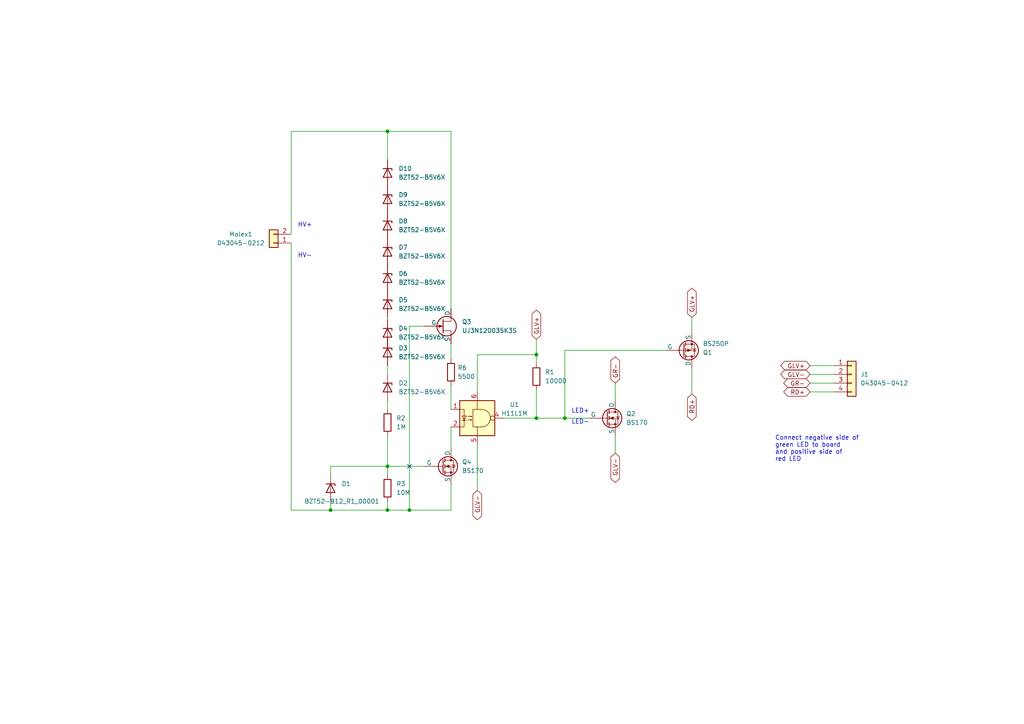
<source format=kicad_sch>
(kicad_sch (version 20230121) (generator eeschema)
  (paper "A4")
  (lib_symbols
    (symbol "Connector_Generic:Conn_01x02" (pin_names (offset 1.016) hide)
      (property "Reference" "J" (at 0 2.54 0))
      (property "Value" "Conn_01x02" (at 0 -5.08 0))
      (symbol "Conn_01x02_1_1"
        (rectangle (start -1.27 -2.413) (end 0 -2.667) (stroke (width 0.1524)))
        (rectangle (start -1.27 0.127) (end 0 -0.127) (stroke (width 0.1524)))
        (rectangle (start -1.27 1.27) (end 1.27 -3.81) (stroke (width 0.254)) (fill (type background)))
        (pin passive line (at -5.08 0 0) (length 3.81) (name "Pin_1") (number "1"))
        (pin passive line (at -5.08 -2.54 0) (length 3.81) (name "Pin_2") (number "2"))
      )
    )
    (symbol "Connector_Generic:Conn_01x04" (pin_names (offset 1.016) hide)
      (property "Reference" "J" (at 0 5.08 0))
      (property "Value" "Conn_01x04" (at 0 -7.62 0))
      (symbol "Conn_01x04_1_1"
        (rectangle (start -1.27 -4.953) (end 0 -5.207) (stroke (width 0.1524)))
        (rectangle (start -1.27 -2.413) (end 0 -2.667) (stroke (width 0.1524)))
        (rectangle (start -1.27 0.127) (end 0 -0.127) (stroke (width 0.1524)))
        (rectangle (start -1.27 2.667) (end 0 2.413) (stroke (width 0.1524)))
        (rectangle (start -1.27 3.81) (end 1.27 -6.35) (stroke (width 0.254)) (fill (type background)))
        (pin passive line (at -5.08 2.54 0) (length 3.81) (name "Pin_1") (number "1"))
        (pin passive line (at -5.08 0 0) (length 3.81) (name "Pin_2") (number "2"))
        (pin passive line (at -5.08 -2.54 0) (length 3.81) (name "Pin_3") (number "3"))
        (pin passive line (at -5.08 -5.08 0) (length 3.81) (name "Pin_4") (number "4"))
      )
    )
    (symbol "Device:D_Zener" (pin_numbers hide) (pin_names (offset 1.016) hide)
      (property "Reference" "D" (at 0 2.54 0))
      (property "Value" "D_Zener" (at 0 -2.54 0))
      (symbol "D_Zener_0_1"
        (polyline (pts (xy 1.27 0) (xy -1.27 0)))
        (polyline (pts (xy -1.27 -1.27) (xy -1.27 1.27) (xy -0.762 1.27)) (stroke (width 0.254)))
        (polyline (pts (xy 1.27 -1.27) (xy 1.27 1.27) (xy -1.27 0) (xy 1.27 -1.27)) (stroke (width 0.254)))
      )
      (symbol "D_Zener_1_1"
        (pin passive line (at -3.81 0 0) (length 2.54) (name "K") (number "1"))
        (pin passive line (at 3.81 0 180) (length 2.54) (name "A") (number "2"))
      )
    )
    (symbol "Device:R" (pin_numbers hide) (pin_names (offset 0))
      (property "Reference" "R" (at 2.032 0 90))
      (property "Value" "R" (at 0 0 90))
      (symbol "R_0_1"
        (rectangle (start -1.016 -2.54) (end 1.016 2.54) (stroke (width 0.254)))
      )
      (symbol "R_1_1"
        (pin passive line (at 0 3.81 270) (length 1.27) (name "~") (number "1"))
        (pin passive line (at 0 -3.81 90) (length 1.27) (name "~") (number "2"))
      )
    )
    (symbol "Isolator:H11L1" (pin_names (offset 1.016))
      (property "Reference" "U" (at 1.27 8.89 0))
      (property "Value" "H11L1" (at 1.27 6.35 0))
      (symbol "H11L1_0_1"
        (rectangle (start -5.08 5.08) (end 5.08 -5.08) (stroke (width 0.254)) (fill (type background)))
        (polyline (pts (xy -4.445 -0.635) (xy -3.175 -0.635)))
        (polyline (pts (xy 0 2.54) (xy 0 5.08)))
        (polyline (pts (xy 0 -2.54) (xy 0 -5.08) (xy 0 -3.81)))
        (polyline (pts (xy -5.08 -2.54) (xy -3.81 -2.54) (xy -3.81 2.54) (xy -5.08 2.54)))
        (polyline (pts (xy -3.81 -0.635) (xy -4.445 0.635) (xy -3.175 0.635) (xy -3.81 -0.635)))
        (polyline (pts (xy 1.27 -2.54) (xy -1.27 -2.54) (xy -1.27 2.54) (xy 1.27 2.54)))
        (polyline (pts (xy -2.794 -0.508) (xy -1.524 -0.508) (xy -1.905 -0.635) (xy -1.905 -0.381) (xy -1.524 -0.508)))
        (polyline (pts (xy -2.794 0.508) (xy -1.524 0.508) (xy -1.905 0.381) (xy -1.905 0.635) (xy -1.524 0.508)))
        (arc (start 1.27 -2.54) (mid 3.799 0) (end 1.27 2.54))
      )
      (symbol "H11L1_1_1"
        (pin passive line (at -7.62 2.54 0) (length 2.54) (name "~") (number "1"))
        (pin passive line (at -7.62 -2.54 0) (length 2.54) (name "~") (number "2"))
        (pin no_connect line (at -5.08 0 0) (length 2.54) hide (name "~") (number "3"))
        (pin output inverted (at 7.62 0 180) (length 3.81) (name "~") (number "4"))
        (pin power_in line (at 0 -7.62 90) (length 2.54) (name "~") (number "5"))
        (pin power_in line (at 0 7.62 270) (length 2.54) (name "~") (number "6"))
      )
    )
    (symbol "Simulation_SPICE:NJFET" (pin_numbers hide) (pin_names (offset 0))
      (property "Reference" "Q3" (at 5.715 1.27 0))
      (property "Value" "UJ3N120035K3S" (at 5.715 -1.27 0))
      (symbol "NJFET_0_1"
        (polyline (pts (xy 0.254 1.905) (xy 0.254 -1.905) (xy 0.254 -1.905)) (stroke (width 0.254)))
        (polyline (pts (xy 2.54 -2.54) (xy 2.54 -1.27) (xy 0.254 -1.27)))
        (polyline (pts (xy 2.54 2.54) (xy 2.54 1.397) (xy 0.254 1.397)))
        (polyline (pts (xy 0 0) (xy -1.016 0.381) (xy -1.016 -0.381) (xy 0 0)) (fill (type outline)))
        (circle (center 1.27 0) (radius 2.8194) (stroke (width 0.254)))
      )
      (symbol "NJFET_1_1"
        (pin input line (at -5.08 0 0) (length 5.334) (name "G") (number "1"))
        (pin passive line (at 2.54 5.08 270) (length 2.54) (name "D") (number "2"))
        (pin passive line (at 2.54 -5.08 90) (length 2.54) (name "S") (number "3"))
      )
    )
    (symbol "Simulation_SPICE:NMOS" (pin_numbers hide) (pin_names (offset 0))
      (property "Reference" "Q" (at 5.08 1.27 0))
      (property "Value" "NMOS" (at 5.08 -1.27 0))
      (symbol "NMOS_0_1"
        (polyline (pts (xy 0.254 0) (xy -2.54 0)))
        (polyline (pts (xy 0.254 1.905) (xy 0.254 -1.905)) (stroke (width 0.254)))
        (polyline (pts (xy 0.762 -1.27) (xy 0.762 -2.286)) (stroke (width 0.254)))
        (polyline (pts (xy 0.762 0.508) (xy 0.762 -0.508)) (stroke (width 0.254)))
        (polyline (pts (xy 0.762 2.286) (xy 0.762 1.27)) (stroke (width 0.254)))
        (polyline (pts (xy 2.54 2.54) (xy 2.54 1.778)))
        (polyline (pts (xy 2.54 -2.54) (xy 2.54 0) (xy 0.762 0)))
        (polyline (pts (xy 0.762 -1.778) (xy 3.302 -1.778) (xy 3.302 1.778) (xy 0.762 1.778)))
        (polyline (pts (xy 1.016 0) (xy 2.032 0.381) (xy 2.032 -0.381) (xy 1.016 0)) (fill (type outline)))
        (polyline (pts (xy 2.794 0.508) (xy 2.921 0.381) (xy 3.683 0.381) (xy 3.81 0.254)))
        (polyline (pts (xy 3.302 0.381) (xy 2.921 -0.254) (xy 3.683 -0.254) (xy 3.302 0.381)))
        (circle (center 1.651 0) (radius 2.794) (stroke (width 0.254)))
        (circle (center 2.54 -1.778) (radius 0.254) (fill (type outline)))
        (circle (center 2.54 1.778) (radius 0.254) (fill (type outline)))
      )
      (symbol "NMOS_1_1"
        (pin passive line (at 2.54 5.08 270) (length 2.54) (name "D") (number "1"))
        (pin input line (at -5.08 0 0) (length 2.54) (name "G") (number "2"))
        (pin passive line (at 2.54 -5.08 90) (length 2.54) (name "S") (number "3"))
      )
    )
    (symbol "Simulation_SPICE:PMOS" (pin_numbers hide) (pin_names (offset 0))
      (property "Reference" "Q" (at 5.08 1.27 0))
      (property "Value" "PMOS" (at 5.08 -1.27 0))
      (symbol "PMOS_0_1"
        (polyline (pts (xy 0.254 0) (xy -2.54 0)))
        (polyline (pts (xy 0.254 1.905) (xy 0.254 -1.905)) (stroke (width 0.254)))
        (polyline (pts (xy 0.762 -1.27) (xy 0.762 -2.286)) (stroke (width 0.254)))
        (polyline (pts (xy 0.762 0.508) (xy 0.762 -0.508)) (stroke (width 0.254)))
        (polyline (pts (xy 0.762 2.286) (xy 0.762 1.27)) (stroke (width 0.254)))
        (polyline (pts (xy 2.54 2.54) (xy 2.54 1.778)))
        (polyline (pts (xy 2.54 -2.54) (xy 2.54 0) (xy 0.762 0)))
        (polyline (pts (xy 0.762 1.778) (xy 3.302 1.778) (xy 3.302 -1.778) (xy 0.762 -1.778)))
        (polyline (pts (xy 2.286 0) (xy 1.27 0.381) (xy 1.27 -0.381) (xy 2.286 0)) (fill (type outline)))
        (polyline (pts (xy 2.794 -0.508) (xy 2.921 -0.381) (xy 3.683 -0.381) (xy 3.81 -0.254)))
        (polyline (pts (xy 3.302 -0.381) (xy 2.921 0.254) (xy 3.683 0.254) (xy 3.302 -0.381)))
        (circle (center 1.651 0) (radius 2.794) (stroke (width 0.254)))
        (circle (center 2.54 -1.778) (radius 0.254) (fill (type outline)))
        (circle (center 2.54 1.778) (radius 0.254) (fill (type outline)))
      )
      (symbol "PMOS_1_1"
        (pin passive line (at 2.54 5.08 270) (length 2.54) (name "D") (number "1"))
        (pin input line (at -5.08 0 0) (length 2.54) (name "G") (number "2"))
        (pin passive line (at 2.54 -5.08 90) (length 2.54) (name "S") (number "3"))
      )
    )
  )
  (junction (at 95.885 147.955))
  (junction (at 112.395 147.955))
  (junction (at 112.395 135.255))
  (junction (at 155.575 102.87))
  (junction (at 155.575 121.285))
  (junction (at 112.395 38.1))
  (junction (at 118.745 147.955))
  (junction (at 163.83 121.285))
  (no_connect (at 118.745 135.255))
  (wire (pts (xy 112.395 38.1) (xy 112.395 46.355)))
  (wire (pts (xy 118.745 94.615) (xy 118.745 147.955)))
  (wire (pts (xy 112.395 98.425) (xy 112.395 100.33)))
  (wire (pts (xy 234.95 106.045) (xy 241.935 106.045)))
  (wire (pts (xy 130.81 140.335) (xy 130.81 147.955)))
  (wire (pts (xy 193.04 101.6) (xy 163.83 101.6)))
  (wire (pts (xy 130.81 38.1) (xy 130.81 89.535)))
  (wire (pts (xy 234.95 111.125) (xy 241.935 111.125)))
  (wire (pts (xy 138.43 128.905) (xy 138.43 142.24)))
  (wire (pts (xy 200.66 92.075) (xy 200.66 96.52)))
  (wire (pts (xy 84.455 38.1) (xy 84.455 67.945)))
  (wire (pts (xy 163.83 121.285) (xy 170.815 121.285)))
  (wire (pts (xy 112.395 135.255) (xy 112.395 126.365)))
  (wire (pts (xy 234.95 113.665) (xy 241.935 113.665)))
  (wire (pts (xy 200.66 106.68) (xy 200.66 114.3)))
  (wire (pts (xy 95.885 147.955) (xy 112.395 147.955)))
  (wire (pts (xy 130.81 111.76) (xy 130.81 118.745)))
  (wire (pts (xy 112.395 106.045) (xy 112.395 108.585)))
  (wire (pts (xy 146.05 121.285) (xy 155.575 121.285)))
  (wire (pts (xy 155.575 121.285) (xy 163.83 121.285)))
  (wire (pts (xy 95.885 135.255) (xy 112.395 135.255)))
  (wire (pts (xy 95.885 147.955) (xy 95.885 145.415)))
  (wire (pts (xy 130.81 123.825) (xy 130.81 130.175)))
  (wire (pts (xy 234.95 108.585) (xy 241.935 108.585)))
  (wire (pts (xy 84.455 147.955) (xy 95.885 147.955)))
  (wire (pts (xy 84.455 38.1) (xy 112.395 38.1)))
  (wire (pts (xy 130.81 99.695) (xy 130.81 104.14)))
  (wire (pts (xy 138.43 102.87) (xy 155.575 102.87)))
  (wire (pts (xy 95.885 135.255) (xy 95.885 137.795)))
  (wire (pts (xy 155.575 98.425) (xy 155.575 102.87)))
  (wire (pts (xy 112.395 92.71) (xy 112.395 92.075)))
  (wire (pts (xy 112.395 147.955) (xy 112.395 145.415)))
  (wire (pts (xy 112.395 135.255) (xy 112.395 137.795)))
  (wire (pts (xy 84.455 70.485) (xy 84.455 147.955)))
  (wire (pts (xy 112.395 135.255) (xy 123.19 135.255)))
  (wire (pts (xy 118.745 147.955) (xy 130.81 147.955)))
  (wire (pts (xy 163.83 101.6) (xy 163.83 121.285)))
  (wire (pts (xy 178.435 126.365) (xy 178.435 131.445)))
  (wire (pts (xy 138.43 113.665) (xy 138.43 102.87)))
  (wire (pts (xy 112.395 116.205) (xy 112.395 118.745)))
  (wire (pts (xy 112.395 147.955) (xy 118.745 147.955)))
  (wire (pts (xy 112.395 38.1) (xy 130.81 38.1)))
  (wire (pts (xy 155.575 121.285) (xy 155.575 113.03)))
  (wire (pts (xy 155.575 102.87) (xy 155.575 105.41)))
  (wire (pts (xy 178.435 111.125) (xy 178.435 116.205)))
  (wire (pts (xy 118.745 94.615) (xy 123.19 94.615)))
  (text "Connect negative side of\ngreen LED to board\nand positive side of \nred LED" (at 224.79 133.985 0) (effects (font (size 1.27 1.27)) (justify left bottom)))
  (text "LED-" (at 165.735 123.19 0) (effects (font (size 1.27 1.27)) (justify left bottom)))
  (text "LED+" (at 165.735 120.015 0) (effects (font (size 1.27 1.27)) (justify left bottom)))
  (text "HV+" (at 86.36 66.04 0) (effects (font (size 1.27 1.27)) (justify left bottom)))
  (text "HV-" (at 86.36 74.93 0) (effects (font (size 1.27 1.27)) (justify left bottom)))
  (global_label "GLV+" (shape bidirectional) (at 200.66 92.075 90) (property "Intersheetrefs" "${INTERSHEET_REFS}" (effects hide)))
  (global_label "GLV-" (shape bidirectional) (at 178.435 131.445 270) (property "Intersheetrefs" "${INTERSHEET_REFS}" (effects hide)))
  (global_label "GR-" (shape bidirectional) (at 234.95 111.125 180) (property "Intersheetrefs" "${INTERSHEET_REFS}" (effects hide)))
  (global_label "GLV+" (shape bidirectional) (at 155.575 98.425 90) (property "Intersheetrefs" "${INTERSHEET_REFS}" (effects hide)))
  (global_label "GLV-" (shape bidirectional) (at 138.43 142.24 270) (property "Intersheetrefs" "${INTERSHEET_REFS}" (effects hide)))
  (global_label "GLV+" (shape bidirectional) (at 234.95 106.045 180) (property "Intersheetrefs" "${INTERSHEET_REFS}" (effects hide)))
  (global_label "RD+" (shape bidirectional) (at 200.66 114.3 270) (property "Intersheetrefs" "${INTERSHEET_REFS}" (effects hide)))
  (global_label "RD+" (shape bidirectional) (at 234.95 113.665 180) (property "Intersheetrefs" "${INTERSHEET_REFS}" (effects hide)))
  (global_label "GLV-" (shape bidirectional) (at 234.95 108.585 180) (property "Intersheetrefs" "${INTERSHEET_REFS}" (effects hide)))
  (global_label "GR-" (shape bidirectional) (at 178.435 111.125 90) (property "Intersheetrefs" "${INTERSHEET_REFS}" (effects hide)))
  (symbol (lib_id "Device:R") (at 130.81 107.95 0) (unit 1)
    (property "Reference" "R6" (at 132.715 106.68 0) (effects (justify left)))
    (property "Value" "5500" (at 132.715 109.22 0) (effects (justify left)))
    (property "Footprint" "Resistor_THT:R_Axial_DIN0207_L6.3mm_D2.5mm_P7.62mm_Horizontal" (effects hide))
  )
  (symbol (lib_id "Device:R") (at 112.395 122.555 0) (unit 1)
    (property "Reference" "R2" (at 114.935 121.285 0) (effects (justify left)))
    (property "Value" "1M" (at 114.935 123.825 0) (effects (justify left)))
    (property "Footprint" "Resistor_THT:R_Axial_DIN0207_L6.3mm_D2.5mm_P7.62mm_Horizontal" (effects hide))
  )
  (symbol (lib_id "Simulation_SPICE:NMOS") (at 175.895 121.285 0) (unit 1)
    (property "Reference" "Q2" (at 181.61 120.015 0) (effects (justify left)))
    (property "Value" "BS170" (at 181.61 122.555 0) (effects (justify left)))
    (property "Footprint" "Package_TO_SOT_THT:TO-92" (effects hide))
    (property "Datasheet" "https://ngspice.sourceforge.io/docs/ngspice-manual.pdf" (effects hide))
    (property "Sim.Device" "NMOS" (effects hide))
    (property "Sim.Type" "VDMOS" (effects hide))
    (property "Sim.Pins" "1=D 2=G 3=S" (effects hide))
  )
  (symbol (lib_id "Device:D_Zener") (at 112.395 80.645 270) (unit 1)
    (property "Reference" "D6" (at 115.57 79.375 90) (effects (justify left)))
    (property "Value" "BZT52-B5V6X" (at 115.57 81.915 90) (effects (justify left)))
    (property "Footprint" "Diode_SMD:D_SOD-123" (effects hide))
  )
  (symbol (lib_id "Simulation_SPICE:NJFET") (at 128.27 94.615 0) (unit 1)
    (property "Reference" "Q3" (at 133.985 93.345 0) (effects (justify left)))
    (property "Value" "UJ3N120035K3S" (at 133.985 95.885 0) (effects (justify left)))
    (property "Footprint" "Package_TO_SOT_THT:TO-247-3_Horizontal_TabDown" (effects hide))
    (property "Sim.Device" "NJFET" (effects hide))
    (property "Sim.Type" "SHICHMANHODGES" (effects hide))
    (property "Sim.Pins" "1=D 2=G 3=S" (effects hide))
  )
  (symbol (lib_id "Device:D_Zener") (at 112.395 112.395 270) (unit 1)
    (property "Reference" "D2" (at 115.57 111.125 90) (effects (justify left)))
    (property "Value" "BZT52-B5V6X" (at 115.57 113.665 90) (effects (justify left)))
    (property "Footprint" "Diode_SMD:D_SOD-123" (effects hide))
  )
  (symbol (lib_id "Device:D_Zener") (at 112.395 50.165 270) (unit 1)
    (property "Reference" "D10" (at 115.57 48.895 90) (effects (justify left)))
    (property "Value" "BZT52-B5V6X" (at 115.57 51.435 90) (effects (justify left)))
    (property "Footprint" "Diode_SMD:D_SOD-123" (effects hide))
  )
  (symbol (lib_id "Device:R") (at 112.395 141.605 0) (unit 1)
    (property "Reference" "R3" (at 114.935 140.335 0) (effects (justify left)))
    (property "Value" "10M" (at 114.935 142.875 0) (effects (justify left)))
    (property "Footprint" "Resistor_THT:R_Axial_DIN0207_L6.3mm_D2.5mm_P7.62mm_Horizontal" (effects hide))
  )
  (symbol (lib_id "Simulation_SPICE:NMOS") (at 128.27 135.255 0) (unit 1)
    (property "Reference" "Q4" (at 133.985 133.985 0) (effects (justify left)))
    (property "Value" "BS170" (at 133.985 136.525 0) (effects (justify left)))
    (property "Footprint" "Package_TO_SOT_THT:TO-92" (effects hide))
    (property "Datasheet" "https://ngspice.sourceforge.io/docs/ngspice-manual.pdf" (effects hide))
    (property "Sim.Device" "NMOS" (effects hide))
    (property "Sim.Type" "VDMOS" (effects hide))
    (property "Sim.Pins" "1=D 2=G 3=S" (effects hide))
  )
  (symbol (lib_id "Isolator:H11L1") (at 138.43 121.285 0) (unit 1)
    (property "Reference" "U1" (at 149.225 117.3481 0))
    (property "Value" "H11L1M" (at 149.225 119.8881 0))
    (property "Footprint" "Package_DIP:DIP-6_W7.62mm" (effects hide))
    (property "Datasheet" "https://www.onsemi.com/pub/Collateral/H11L3M-D.PDF" (effects hide))
  )
  (symbol (lib_id "Device:D_Zener") (at 112.395 102.235 270) (unit 1)
    (property "Reference" "D3" (at 115.57 100.965 90) (effects (justify left)))
    (property "Value" "BZT52-B5V6X" (at 115.57 103.505 90) (effects (justify left)))
    (property "Footprint" "Diode_SMD:D_SOD-123" (effects hide))
  )
  (symbol (lib_id "Device:D_Zener") (at 112.395 88.265 270) (unit 1)
    (property "Reference" "D5" (at 115.57 86.995 90) (effects (justify left)))
    (property "Value" "BZT52-B5V6X" (at 115.57 89.535 90) (effects (justify left)))
    (property "Footprint" "Diode_SMD:D_SOD-123" (effects hide))
  )
  (symbol (lib_id "Connector_Generic:Conn_01x04") (at 247.015 108.585 0) (unit 1)
    (property "Reference" "J1" (at 249.555 108.585 0) (effects (justify left)))
    (property "Value" "043045-0412" (at 249.555 111.125 0) (effects (justify left)))
    (property "Footprint" "Connector_Molex:Molex_Micro-Fit_3.0_43045-0412_2x02_P3.00mm_Vertical" (effects hide))
  )
  (symbol (lib_id "Connector_Generic:Conn_01x02") (at 79.375 70.485 180) (unit 1)
    (property "Reference" "Molex1" (at 69.85 67.945 0))
    (property "Value" "043045-0212" (at 69.85 70.485 0))
    (property "Footprint" "Connector_Molex:Molex_Micro-Fit_3.0_43045-0212_2x01_P3.00mm_Vertical" (effects hide))
  )
  (symbol (lib_id "Device:D_Zener") (at 95.885 141.605 270) (unit 1)
    (property "Reference" "D1" (at 99.06 140.335 90) (effects (justify left)))
    (property "Value" "BZT52-B12_R1_00001" (at 88.265 145.415 90) (effects (justify left)))
    (property "Footprint" "Diode_SMD:D_SOD-123" (effects hide))
  )
  (symbol (lib_id "Device:D_Zener") (at 112.395 65.405 270) (unit 1)
    (property "Reference" "D8" (at 115.57 64.135 90) (effects (justify left)))
    (property "Value" "BZT52-B5V6X" (at 115.57 66.675 90) (effects (justify left)))
    (property "Footprint" "Diode_SMD:D_SOD-123" (effects hide))
  )
  (symbol (lib_id "Device:D_Zener") (at 112.395 57.785 270) (unit 1)
    (property "Reference" "D9" (at 115.57 56.515 90) (effects (justify left)))
    (property "Value" "BZT52-B5V6X" (at 115.57 59.055 90) (effects (justify left)))
    (property "Footprint" "Diode_SMD:D_SOD-123" (effects hide))
  )
  (symbol (lib_id "Device:D_Zener") (at 112.395 96.52 270) (unit 1)
    (property "Reference" "D4" (at 115.57 95.25 90) (effects (justify left)))
    (property "Value" "BZT52-B5V6X" (at 115.57 97.79 90) (effects (justify left)))
    (property "Footprint" "Diode_SMD:D_SOD-123" (effects hide))
  )
  (symbol (lib_id "Device:D_Zener") (at 112.395 73.025 270) (unit 1)
    (property "Reference" "D7" (at 115.57 71.755 90) (effects (justify left)))
    (property "Value" "BZT52-B5V6X" (at 115.57 74.295 90) (effects (justify left)))
    (property "Footprint" "Diode_SMD:D_SOD-123" (effects hide))
  )
  (symbol (lib_id "Device:R") (at 155.575 109.22 0) (unit 1)
    (property "Reference" "R1" (at 158.115 107.95 0) (effects (justify left)))
    (property "Value" "10000" (at 158.115 110.49 0) (effects (justify left)))
    (property "Footprint" "Resistor_THT:R_Axial_DIN0207_L6.3mm_D2.5mm_P7.62mm_Horizontal" (effects hide))
  )
  (symbol (lib_id "Simulation_SPICE:PMOS") (at 198.12 101.6 0) (mirror x) (unit 1)
    (property "Reference" "Q1" (at 203.835 102.235 0) (effects (justify left)))
    (property "Value" "BS250P" (at 203.835 99.695 0) (effects (justify left)))
    (property "Footprint" "Package_TO_SOT_THT:TO-92" (effects hide))
    (property "Datasheet" "https://ngspice.sourceforge.io/docs/ngspice-manual.pdf" (effects hide))
    (property "Sim.Device" "PMOS" (effects hide))
    (property "Sim.Type" "VDMOS" (effects hide))
    (property "Sim.Pins" "1=D 2=G 3=S" (effects hide))
  )
)
</source>
